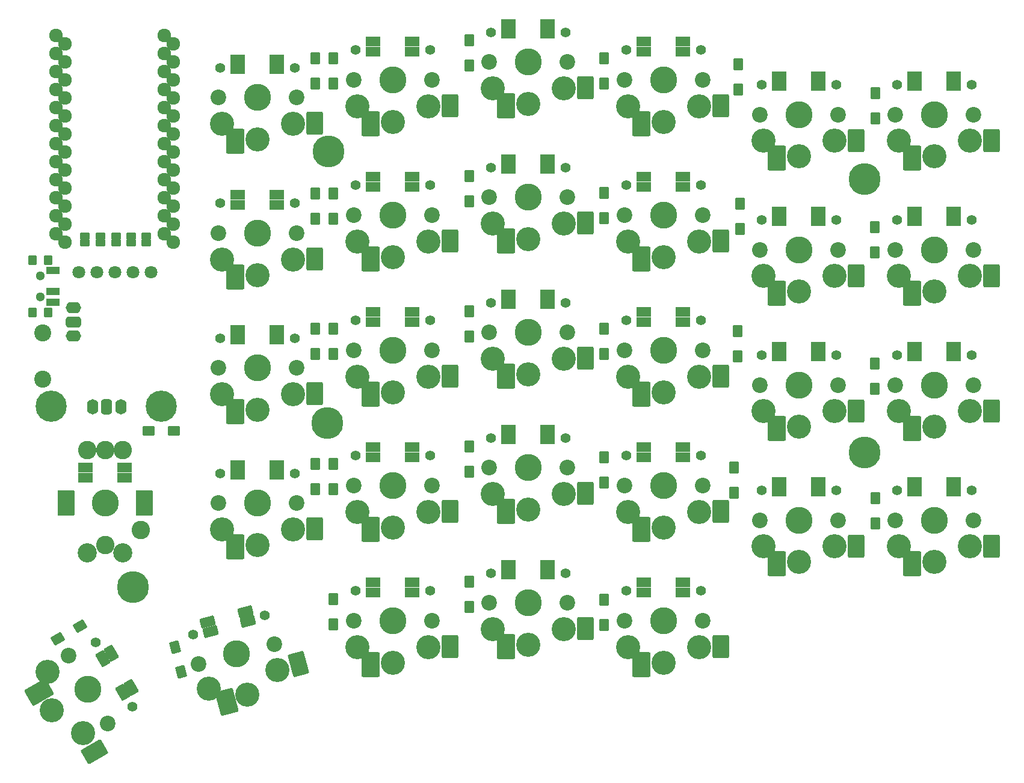
<source format=gts>
G04 #@! TF.GenerationSoftware,KiCad,Pcbnew,(6.0.5)*
G04 #@! TF.CreationDate,2022-12-02T21:36:17-06:00*
G04 #@! TF.ProjectId,SofleKeyboard,536f666c-654b-4657-9962-6f6172642e6b,rev?*
G04 #@! TF.SameCoordinates,Original*
G04 #@! TF.FileFunction,Soldermask,Top*
G04 #@! TF.FilePolarity,Negative*
%FSLAX46Y46*%
G04 Gerber Fmt 4.6, Leading zero omitted, Abs format (unit mm)*
G04 Created by KiCad (PCBNEW (6.0.5)) date 2022-12-02 21:36:17*
%MOMM*%
%LPD*%
G01*
G04 APERTURE LIST*
G04 Aperture macros list*
%AMRoundRect*
0 Rectangle with rounded corners*
0 $1 Rounding radius*
0 $2 $3 $4 $5 $6 $7 $8 $9 X,Y pos of 4 corners*
0 Add a 4 corners polygon primitive as box body*
4,1,4,$2,$3,$4,$5,$6,$7,$8,$9,$2,$3,0*
0 Add four circle primitives for the rounded corners*
1,1,$1+$1,$2,$3*
1,1,$1+$1,$4,$5*
1,1,$1+$1,$6,$7*
1,1,$1+$1,$8,$9*
0 Add four rect primitives between the rounded corners*
20,1,$1+$1,$2,$3,$4,$5,0*
20,1,$1+$1,$4,$5,$6,$7,0*
20,1,$1+$1,$6,$7,$8,$9,0*
20,1,$1+$1,$8,$9,$2,$3,0*%
G04 Aperture macros list end*
%ADD10C,4.500000*%
%ADD11C,1.924000*%
%ADD12RoundRect,0.200000X0.500000X-0.300000X0.500000X0.300000X-0.500000X0.300000X-0.500000X-0.300000X0*%
%ADD13C,2.400000*%
%ADD14RoundRect,0.200000X-0.475000X0.650000X-0.475000X-0.650000X0.475000X-0.650000X0.475000X0.650000X0*%
%ADD15RoundRect,0.200000X-0.650000X-0.475000X0.650000X-0.475000X0.650000X0.475000X-0.650000X0.475000X0*%
%ADD16RoundRect,0.200000X0.325417X0.736362X-0.800417X0.086362X-0.325417X-0.736362X0.800417X-0.086362X0*%
%ADD17C,3.400000*%
%ADD18C,2.200000*%
%ADD19C,1.400000*%
%ADD20C,3.800000*%
%ADD21RoundRect,0.200000X0.850000X0.500000X-0.850000X0.500000X-0.850000X-0.500000X0.850000X-0.500000X0*%
%ADD22RoundRect,0.200000X1.095000X1.540000X-1.095000X1.540000X-1.095000X-1.540000X1.095000X-1.540000X0*%
%ADD23RoundRect,0.200000X0.955000X1.440000X-0.955000X1.440000X-0.955000X-1.440000X0.955000X-1.440000X0*%
%ADD24RoundRect,0.200000X0.858013X-0.486122X0.008013X0.986122X-0.858013X0.486122X-0.008013X-0.986122X0*%
%ADD25RoundRect,0.200000X1.881179X-0.178298X0.786179X1.718298X-1.881179X0.178298X-0.786179X-1.718298X0*%
%ADD26RoundRect,0.200000X1.724577X-0.107054X0.769577X1.547054X-1.724577X0.107054X-0.769577X-1.547054X0*%
%ADD27C,4.400000*%
%ADD28C,1.797000*%
%ADD29C,2.600000*%
%ADD30RoundRect,0.200000X-1.000000X1.600000X-1.000000X-1.600000X1.000000X-1.600000X1.000000X1.600000X0*%
%ADD31C,2.700000*%
%ADD32RoundRect,0.200000X0.691627X0.702959X-0.950446X0.262967X-0.691627X-0.702959X0.950446X-0.262967X0*%
%ADD33RoundRect,0.200000X0.659107X1.770933X-1.456270X1.204119X-0.659107X-1.770933X1.456270X-1.204119X0*%
%ADD34RoundRect,0.200000X0.549760X1.638105X-1.295159X1.143761X-0.549760X-1.638105X1.295159X-1.143761X0*%
%ADD35RoundRect,0.200000X-0.627047X0.504913X-0.290582X-0.750791X0.627047X-0.504913X0.290582X0.750791X0*%
%ADD36RoundRect,0.450000X0.625000X-0.350000X0.625000X0.350000X-0.625000X0.350000X-0.625000X-0.350000X0*%
%ADD37O,2.150000X1.600000*%
%ADD38RoundRect,0.200000X-0.400000X0.500000X-0.400000X-0.500000X0.400000X-0.500000X0.400000X0.500000X0*%
%ADD39C,1.300000*%
%ADD40RoundRect,0.200000X-0.750000X0.350000X-0.750000X-0.350000X0.750000X-0.350000X0.750000X0.350000X0*%
%ADD41RoundRect,0.450000X0.350000X0.625000X-0.350000X0.625000X-0.350000X-0.625000X0.350000X-0.625000X0*%
%ADD42O,1.600000X2.150000*%
G04 APERTURE END LIST*
D10*
X103000000Y-119000000D03*
D11*
X108718815Y-42425745D03*
X92180000Y-41230000D03*
X92180000Y-43770000D03*
X108718815Y-44965745D03*
X108718815Y-47505745D03*
X92180000Y-46310000D03*
X92180000Y-48850000D03*
X108718815Y-50045745D03*
X108718815Y-52585745D03*
X92180000Y-51390000D03*
X92180000Y-53930000D03*
X108718815Y-55125745D03*
X92180000Y-56470000D03*
X108718815Y-57665745D03*
X92180000Y-59010000D03*
X108718815Y-60205745D03*
X92180000Y-61550000D03*
X108718815Y-62745745D03*
X92180000Y-64090000D03*
X108718815Y-65285745D03*
X92180000Y-66630000D03*
X108718815Y-67825745D03*
X92180000Y-69170000D03*
X108718815Y-70365745D03*
X93478815Y-70365745D03*
X107420000Y-69170000D03*
X107420000Y-66630000D03*
X93478815Y-67825745D03*
X107420000Y-64090000D03*
X93478815Y-65285745D03*
X107420000Y-61550000D03*
X93478815Y-62745745D03*
X93478815Y-60205745D03*
X107420000Y-59010000D03*
X93478815Y-57665745D03*
X107420000Y-56470000D03*
X107420000Y-53930000D03*
X93478815Y-55125745D03*
X93478815Y-52585745D03*
X107420000Y-51390000D03*
X107420000Y-48850000D03*
X93478815Y-50045745D03*
X107420000Y-46310000D03*
X93478815Y-47505745D03*
X93478815Y-44965745D03*
X107420000Y-43770000D03*
X93478815Y-42425745D03*
X107420000Y-41230000D03*
D12*
X102739120Y-70452640D03*
X102739120Y-69552640D03*
X100639120Y-70452640D03*
X100639120Y-69552640D03*
X98439120Y-70452640D03*
X98439120Y-69552640D03*
D13*
X90339120Y-83152640D03*
X90339120Y-89652640D03*
D14*
X128705000Y-44452000D03*
X128705000Y-48002000D03*
X131245000Y-44455000D03*
X131245000Y-48005000D03*
X150345000Y-41955000D03*
X150345000Y-45505000D03*
X169345000Y-44455000D03*
X169345000Y-48005000D03*
X188239120Y-45327640D03*
X188239120Y-48877640D03*
X207545000Y-49355000D03*
X207545000Y-52905000D03*
X128705000Y-82555000D03*
X128705000Y-86105000D03*
X128705000Y-101655000D03*
X128705000Y-105205000D03*
D15*
X105225000Y-97000000D03*
X108775000Y-97000000D03*
D16*
X95544195Y-124463500D03*
X92469805Y-126238500D03*
D17*
X125550000Y-53700000D03*
D18*
X126050000Y-50000000D03*
D19*
X125770000Y-45800000D03*
D18*
X115050000Y-50000000D03*
D19*
X115330000Y-45800000D03*
D17*
X115550000Y-53700000D03*
X120550000Y-55900000D03*
D20*
X120550000Y-50000000D03*
D21*
X117800000Y-46001000D03*
X117800000Y-44601000D03*
X123300000Y-44601000D03*
X123300000Y-46001000D03*
D22*
X117455000Y-56160000D03*
D23*
X128605000Y-53650000D03*
D19*
X153430000Y-40800000D03*
D18*
X153150000Y-45000000D03*
D17*
X153650000Y-48700000D03*
X163650000Y-48700000D03*
D18*
X164150000Y-45000000D03*
D19*
X163870000Y-40800000D03*
D17*
X158650000Y-50900000D03*
D20*
X158650000Y-45000000D03*
D21*
X155900000Y-41001000D03*
X155900000Y-39601000D03*
X161400000Y-39601000D03*
X161400000Y-41001000D03*
D22*
X155555000Y-51160000D03*
D23*
X166705000Y-48650000D03*
D19*
X125770000Y-83900000D03*
D17*
X115550000Y-91800000D03*
D20*
X120550000Y-88100000D03*
D17*
X120550000Y-94000000D03*
X125550000Y-91800000D03*
D18*
X126050000Y-88100000D03*
X115050000Y-88100000D03*
D19*
X115330000Y-83900000D03*
D21*
X117800000Y-84101000D03*
X117800000Y-82701000D03*
X123300000Y-82701000D03*
X123300000Y-84101000D03*
D22*
X117455000Y-94260000D03*
D23*
X128605000Y-91750000D03*
D20*
X139600000Y-85600000D03*
D19*
X134380000Y-81400000D03*
D17*
X144600000Y-89300000D03*
D19*
X144820000Y-81400000D03*
D17*
X134600000Y-89300000D03*
D18*
X145100000Y-85600000D03*
D17*
X139600000Y-91500000D03*
D18*
X134100000Y-85600000D03*
D21*
X136850000Y-81601000D03*
X136850000Y-80201000D03*
X142350000Y-80201000D03*
X142350000Y-81601000D03*
D22*
X136505000Y-91760000D03*
D23*
X147655000Y-89250000D03*
D17*
X120550000Y-113050000D03*
D20*
X120550000Y-107150000D03*
D17*
X125550000Y-110850000D03*
D18*
X115050000Y-107150000D03*
D17*
X115550000Y-110850000D03*
D19*
X125770000Y-102950000D03*
X115330000Y-102950000D03*
D18*
X126050000Y-107150000D03*
D21*
X117800000Y-103151000D03*
X117800000Y-101751000D03*
X123300000Y-101751000D03*
X123300000Y-103151000D03*
D22*
X117455000Y-113310000D03*
D23*
X128605000Y-110800000D03*
D17*
X158650000Y-108050000D03*
D18*
X164150000Y-102150000D03*
D17*
X163650000Y-105850000D03*
D19*
X153430000Y-97950000D03*
D20*
X158650000Y-102150000D03*
D18*
X153150000Y-102150000D03*
D17*
X153650000Y-105850000D03*
D19*
X163870000Y-97950000D03*
D21*
X155900000Y-98151000D03*
X155900000Y-96751000D03*
X161400000Y-96751000D03*
X161400000Y-98151000D03*
D22*
X155555000Y-108310000D03*
D23*
X166705000Y-105800000D03*
D17*
X191750000Y-113250000D03*
X196750000Y-115450000D03*
D18*
X202250000Y-109550000D03*
D17*
X201750000Y-113250000D03*
D18*
X191250000Y-109550000D03*
D20*
X196750000Y-109550000D03*
D19*
X201970000Y-105350000D03*
X191530000Y-105350000D03*
D21*
X194000000Y-105551000D03*
X194000000Y-104151000D03*
X199500000Y-104151000D03*
X199500000Y-105551000D03*
D22*
X193655000Y-115710000D03*
D23*
X204805000Y-113200000D03*
D20*
X96710000Y-133400000D03*
D18*
X99460000Y-138163140D03*
D17*
X91600450Y-136350000D03*
D19*
X97737307Y-126779347D03*
D18*
X93960000Y-128636860D03*
D19*
X102957307Y-135820653D03*
D17*
X91005706Y-130919873D03*
X96005706Y-139580127D03*
D24*
X98798236Y-129018930D03*
X100010671Y-128318930D03*
X102760671Y-133082070D03*
X101548236Y-133782070D03*
D25*
X89827784Y-133799651D03*
D26*
X97576507Y-142200835D03*
D27*
X91500000Y-93500000D03*
D12*
X96229119Y-70455280D03*
X96229119Y-69555280D03*
D28*
X95369408Y-74600000D03*
X97909408Y-74600000D03*
X100449408Y-74600000D03*
X102989408Y-74600000D03*
X105529408Y-74600000D03*
D27*
X107000000Y-93500000D03*
D29*
X101602200Y-99650000D03*
X96602200Y-99650000D03*
X99102200Y-99650000D03*
D30*
X93604150Y-107150000D03*
X104600250Y-107150000D03*
D31*
X96602200Y-114150000D03*
X101602200Y-114150000D03*
D19*
X121555093Y-122992076D03*
X111470827Y-125694147D03*
D17*
X113728001Y-133268021D03*
D20*
X117600000Y-128400000D03*
D17*
X119127032Y-134098962D03*
D18*
X112287408Y-129823505D03*
X122912592Y-126976495D03*
D17*
X123387260Y-130679830D03*
D32*
X113908687Y-125249015D03*
X113546340Y-123896719D03*
X118858932Y-122473214D03*
X119221279Y-123825510D03*
D33*
X116204785Y-135151148D03*
D34*
X126325222Y-129840842D03*
D19*
X210580000Y-67250000D03*
D17*
X220800000Y-75150000D03*
X210800000Y-75150000D03*
D20*
X215800000Y-71450000D03*
D17*
X215800000Y-77350000D03*
D18*
X221300000Y-71450000D03*
D19*
X221020000Y-67250000D03*
D18*
X210300000Y-71450000D03*
D21*
X213050000Y-67451000D03*
X213050000Y-66051000D03*
X218550000Y-66051000D03*
X218550000Y-67451000D03*
D22*
X212705000Y-77610000D03*
D23*
X223855000Y-75100000D03*
D17*
X210800000Y-94200000D03*
X215800000Y-96400000D03*
D18*
X210300000Y-90500000D03*
X221300000Y-90500000D03*
D19*
X221020000Y-86300000D03*
D17*
X220800000Y-94200000D03*
D20*
X215800000Y-90500000D03*
D19*
X210580000Y-86300000D03*
D21*
X213050000Y-86501000D03*
X213050000Y-85101000D03*
X218550000Y-85101000D03*
X218550000Y-86501000D03*
D22*
X212705000Y-96660000D03*
D23*
X223855000Y-94150000D03*
D18*
X221300000Y-109550000D03*
X210300000Y-109550000D03*
D17*
X215800000Y-115450000D03*
D19*
X210580000Y-105350000D03*
D20*
X215800000Y-109550000D03*
D17*
X220800000Y-113250000D03*
X210800000Y-113250000D03*
D19*
X221020000Y-105350000D03*
D21*
X213050000Y-105551000D03*
X213050000Y-104151000D03*
X218550000Y-104151000D03*
X218550000Y-105551000D03*
D22*
X212705000Y-115710000D03*
D23*
X223855000Y-113200000D03*
D18*
X172200000Y-47500000D03*
D20*
X177700000Y-47500000D03*
D19*
X172480000Y-43300000D03*
D18*
X183200000Y-47500000D03*
D17*
X182700000Y-51200000D03*
X172700000Y-51200000D03*
D19*
X182920000Y-43300000D03*
D17*
X177700000Y-53400000D03*
D21*
X174950000Y-43501000D03*
X174950000Y-42101000D03*
X180450000Y-42101000D03*
X180450000Y-43501000D03*
D22*
X174605000Y-53660000D03*
D23*
X185755000Y-51150000D03*
D10*
X206000000Y-61500000D03*
D14*
X128705000Y-63555000D03*
X128705000Y-67105000D03*
X131245000Y-63555000D03*
X131245000Y-67105000D03*
X150345000Y-61045000D03*
X150345000Y-64595000D03*
X169345000Y-63455000D03*
X169345000Y-67005000D03*
X188439120Y-64927640D03*
X188439120Y-68477640D03*
X207445000Y-68255000D03*
X207445000Y-71805000D03*
D18*
X202250000Y-52400000D03*
X191250000Y-52400000D03*
D19*
X201970000Y-48200000D03*
X191530000Y-48200000D03*
D17*
X201750000Y-56100000D03*
X196750000Y-58300000D03*
X191750000Y-56100000D03*
D20*
X196750000Y-52400000D03*
D21*
X194000000Y-48401000D03*
X194000000Y-47001000D03*
X199500000Y-47001000D03*
X199500000Y-48401000D03*
D22*
X193655000Y-58560000D03*
D23*
X204805000Y-56050000D03*
D20*
X139600000Y-66550000D03*
D17*
X144600000Y-70250000D03*
X139600000Y-72450000D03*
D18*
X145100000Y-66550000D03*
D17*
X134600000Y-70250000D03*
D18*
X134100000Y-66550000D03*
D19*
X134380000Y-62350000D03*
X144820000Y-62350000D03*
D21*
X136850000Y-62551000D03*
X136850000Y-61151000D03*
X142350000Y-61151000D03*
X142350000Y-62551000D03*
D22*
X136505000Y-72710000D03*
D23*
X147655000Y-70200000D03*
D18*
X183200000Y-66550000D03*
D17*
X177700000Y-72450000D03*
D18*
X172200000Y-66550000D03*
D17*
X182700000Y-70250000D03*
D20*
X177700000Y-66550000D03*
D19*
X182920000Y-62350000D03*
D17*
X172700000Y-70250000D03*
D19*
X172480000Y-62350000D03*
D21*
X174950000Y-62551000D03*
X174950000Y-61151000D03*
X180450000Y-61151000D03*
X180450000Y-62551000D03*
D22*
X174605000Y-72710000D03*
D23*
X185755000Y-70200000D03*
D19*
X153430000Y-59850000D03*
D18*
X164150000Y-64050000D03*
D20*
X158650000Y-64050000D03*
D17*
X163650000Y-67750000D03*
D18*
X153150000Y-64050000D03*
D17*
X153650000Y-67750000D03*
X158650000Y-69950000D03*
D19*
X163870000Y-59850000D03*
D21*
X155900000Y-60051000D03*
X155900000Y-58651000D03*
X161400000Y-58651000D03*
X161400000Y-60051000D03*
D22*
X155555000Y-70210000D03*
D23*
X166705000Y-67700000D03*
D17*
X182700000Y-89300000D03*
D19*
X172480000Y-81400000D03*
D20*
X177700000Y-85600000D03*
D18*
X172200000Y-85600000D03*
D17*
X177700000Y-91500000D03*
D19*
X182920000Y-81400000D03*
D17*
X172700000Y-89300000D03*
D18*
X183200000Y-85600000D03*
D21*
X174950000Y-81601000D03*
X174950000Y-80201000D03*
X180450000Y-80201000D03*
X180450000Y-81601000D03*
D22*
X174605000Y-91760000D03*
D23*
X185755000Y-89250000D03*
D18*
X210300000Y-52400000D03*
D19*
X210580000Y-48200000D03*
D17*
X220800000Y-56100000D03*
D20*
X215800000Y-52400000D03*
D18*
X221300000Y-52400000D03*
D19*
X221020000Y-48200000D03*
D17*
X215800000Y-58300000D03*
X210800000Y-56100000D03*
D21*
X213050000Y-48401000D03*
X213050000Y-47001000D03*
X218550000Y-47001000D03*
X218550000Y-48401000D03*
D22*
X212705000Y-58560000D03*
D23*
X223855000Y-56050000D03*
D20*
X120550000Y-69100000D03*
D19*
X115330000Y-64900000D03*
X125770000Y-64900000D03*
D17*
X125550000Y-72800000D03*
D18*
X126050000Y-69100000D03*
D17*
X115550000Y-72800000D03*
D18*
X115050000Y-69100000D03*
D17*
X120550000Y-75000000D03*
D21*
X117800000Y-65101000D03*
X117800000Y-63701000D03*
X123300000Y-63701000D03*
X123300000Y-65101000D03*
D22*
X117455000Y-75260000D03*
D23*
X128605000Y-72750000D03*
D19*
X182920000Y-119500000D03*
D20*
X177700000Y-123700000D03*
D17*
X177700000Y-129600000D03*
D18*
X172200000Y-123700000D03*
D17*
X182700000Y-127400000D03*
X172700000Y-127400000D03*
D18*
X183200000Y-123700000D03*
D19*
X172480000Y-119500000D03*
D21*
X174950000Y-119701000D03*
X174950000Y-118301000D03*
X180450000Y-118301000D03*
X180450000Y-119701000D03*
D22*
X174605000Y-129860000D03*
D23*
X185755000Y-127350000D03*
D20*
X196750000Y-71450000D03*
D19*
X201970000Y-67250000D03*
D18*
X191250000Y-71450000D03*
D17*
X196750000Y-77350000D03*
D19*
X191530000Y-67250000D03*
D18*
X202250000Y-71450000D03*
D17*
X191750000Y-75150000D03*
X201750000Y-75150000D03*
D21*
X194000000Y-67451000D03*
X194000000Y-66051000D03*
X199500000Y-66051000D03*
X199500000Y-67451000D03*
D22*
X193655000Y-77610000D03*
D23*
X204805000Y-75100000D03*
D17*
X177700000Y-110550000D03*
D19*
X172480000Y-100450000D03*
D17*
X182700000Y-108350000D03*
D18*
X172200000Y-104650000D03*
D19*
X182920000Y-100450000D03*
D17*
X172700000Y-108350000D03*
D18*
X183200000Y-104650000D03*
D20*
X177700000Y-104650000D03*
D21*
X174950000Y-100651000D03*
X174950000Y-99251000D03*
X180450000Y-99251000D03*
X180450000Y-100651000D03*
D22*
X174605000Y-110810000D03*
D23*
X185755000Y-108300000D03*
D18*
X191250000Y-90500000D03*
X202250000Y-90500000D03*
D17*
X201750000Y-94200000D03*
X191750000Y-94200000D03*
D19*
X201970000Y-86300000D03*
X191530000Y-86300000D03*
D17*
X196750000Y-96400000D03*
D20*
X196750000Y-90500000D03*
D21*
X194000000Y-86501000D03*
X194000000Y-85101000D03*
X199500000Y-85101000D03*
X199500000Y-86501000D03*
D22*
X193655000Y-96660000D03*
D23*
X204805000Y-94150000D03*
D19*
X153430000Y-117000000D03*
D17*
X153650000Y-124900000D03*
D18*
X164150000Y-121200000D03*
X153150000Y-121200000D03*
D17*
X163650000Y-124900000D03*
D20*
X158650000Y-121200000D03*
D19*
X163870000Y-117000000D03*
D17*
X158650000Y-127100000D03*
D21*
X155900000Y-117201000D03*
X155900000Y-115801000D03*
X161400000Y-115801000D03*
X161400000Y-117201000D03*
D22*
X155555000Y-127360000D03*
D23*
X166705000Y-124850000D03*
D17*
X163650000Y-86800000D03*
X153650000Y-86800000D03*
D18*
X164150000Y-83100000D03*
X153150000Y-83100000D03*
D20*
X158650000Y-83100000D03*
D19*
X163870000Y-78900000D03*
X153430000Y-78900000D03*
D17*
X158650000Y-89000000D03*
D21*
X155900000Y-79101000D03*
X155900000Y-77701000D03*
X161400000Y-77701000D03*
X161400000Y-79101000D03*
D22*
X155555000Y-89260000D03*
D23*
X166705000Y-86750000D03*
D18*
X134100000Y-47500000D03*
D17*
X134600000Y-51200000D03*
D20*
X139600000Y-47500000D03*
D19*
X144820000Y-43300000D03*
D17*
X139600000Y-53400000D03*
D19*
X134380000Y-43300000D03*
D18*
X145100000Y-47500000D03*
D17*
X144600000Y-51200000D03*
D21*
X136850000Y-43501000D03*
X136850000Y-42101000D03*
X142350000Y-42101000D03*
X142350000Y-43501000D03*
D22*
X136505000Y-53660000D03*
D23*
X147655000Y-51150000D03*
D35*
X108914596Y-127446482D03*
X109833404Y-130875518D03*
D18*
X134100000Y-104650000D03*
D17*
X134600000Y-108350000D03*
X144600000Y-108350000D03*
D19*
X144820000Y-100450000D03*
D17*
X139600000Y-110550000D03*
D18*
X145100000Y-104650000D03*
D19*
X134380000Y-100450000D03*
D20*
X139600000Y-104650000D03*
D21*
X136850000Y-100651000D03*
X136850000Y-99251000D03*
X142350000Y-99251000D03*
X142350000Y-100651000D03*
D22*
X136505000Y-110810000D03*
D23*
X147655000Y-108300000D03*
D10*
X206000000Y-100000000D03*
D14*
X150345000Y-80145000D03*
X150345000Y-83695000D03*
X169345000Y-82555000D03*
X169345000Y-86105000D03*
X188139120Y-82927640D03*
X188139120Y-86477640D03*
X207445000Y-87455000D03*
X207445000Y-91005000D03*
X131245000Y-120655000D03*
X131245000Y-124205000D03*
X150345000Y-118245000D03*
X150345000Y-121795000D03*
X207495000Y-106455000D03*
X207495000Y-110005000D03*
X131245000Y-101655000D03*
X131245000Y-105205000D03*
X150345000Y-99145000D03*
X150345000Y-102695000D03*
X169345000Y-100727640D03*
X169345000Y-104277640D03*
X187639120Y-102127640D03*
X187639120Y-105677640D03*
X131245000Y-82555000D03*
X131245000Y-86105000D03*
X169345000Y-120755000D03*
X169345000Y-124305000D03*
D18*
X145100000Y-123700000D03*
D17*
X134600000Y-127400000D03*
X139600000Y-129600000D03*
D18*
X134100000Y-123700000D03*
D19*
X144820000Y-119500000D03*
D20*
X139600000Y-123700000D03*
D19*
X134380000Y-119500000D03*
D17*
X144600000Y-127400000D03*
D21*
X136850000Y-119701000D03*
X136850000Y-118301000D03*
X142350000Y-118301000D03*
X142350000Y-119701000D03*
D22*
X136505000Y-129860000D03*
D23*
X147655000Y-127350000D03*
D10*
X130527120Y-57573640D03*
X130375120Y-95852640D03*
D36*
X94639120Y-81602640D03*
D37*
X94639120Y-79602640D03*
X94639120Y-83602640D03*
D20*
X99102200Y-107150000D03*
D21*
X96352200Y-103530000D03*
X96352200Y-102130000D03*
X101852200Y-102130000D03*
X101852200Y-103530000D03*
D29*
X99102200Y-113050000D03*
X104102200Y-110950000D03*
D38*
X91094120Y-72952640D03*
D39*
X89984120Y-75102640D03*
X89984120Y-78102640D03*
D38*
X88884120Y-80252640D03*
X88884120Y-72952640D03*
X91094120Y-80252640D03*
D40*
X91744120Y-74352640D03*
X91744120Y-77352640D03*
X91744120Y-78852640D03*
D41*
X99339120Y-93602640D03*
D42*
X101339120Y-93602640D03*
X97339120Y-93602640D03*
D12*
X104929119Y-70455280D03*
X104929119Y-69555280D03*
D39*
X89984120Y-75102640D03*
X89984120Y-78102640D03*
M02*

</source>
